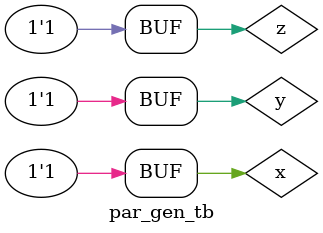
<source format=v>
module par_gen_tb;

	// Inputs
	reg x;
	reg y;
	reg z;

	// Outputs
	wire result;

	// Instantiate the Unit Under Test (UUT)
	par_gen uut (
		.x(x), 
		.y(y), 
		.z(z), 
		.result(result)
	);

	initial begin

// Initialize Inputs

x = 0;

y = 0;

z = 0;

// Wait 100 ns for global reset to finish

#100;

// Add stimulus here

x = 0;

y = 0;

z = 1;

// Wait 100 ns for global reset to finish

#100;

x = 0;

y = 1;

z = 0;

// Wait 100 ns for global reset to finish

#100;

x = 0;

y = 1;

z = 1;

// Wait 100 ns for global reset to finish

#100;

x = 1;

y = 0;

z = 0;

// Wait 100 ns for global reset to finish

#100;

x = 1;

y = 0;

z = 1;

// Wait 100 ns for global reset to finish

#100;

x = 1;

y = 1;

z = 0;

// Wait 100 ns for global reset to finish

#100;

x = 1;

y = 1;

z = 1;

// Wait 100 ns for global reset to finish

#100;

end

endmodule

</source>
